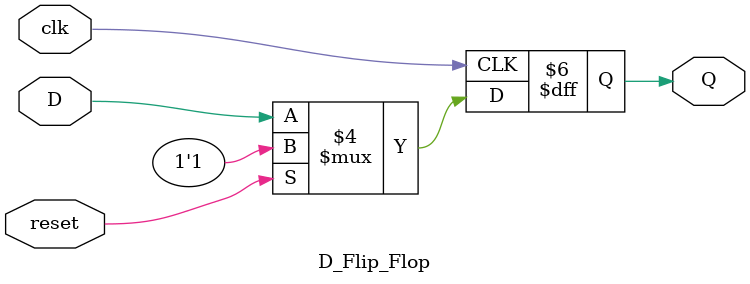
<source format=v>
module D_Flip_Flop(Q, reset, clk, D);

input D, clk, reset;
output reg Q;
always@(posedge clk) begin
    if (reset == 1) 
        Q <= 1'b1;
    else 
        Q <= D;
end

endmodule
</source>
